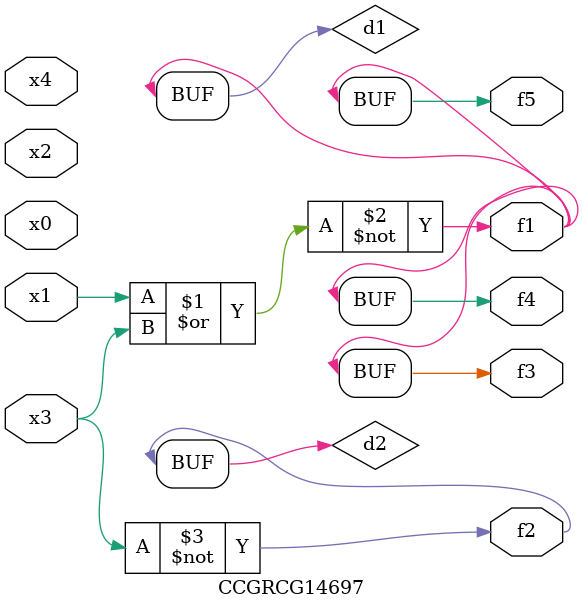
<source format=v>
module CCGRCG14697(
	input x0, x1, x2, x3, x4,
	output f1, f2, f3, f4, f5
);

	wire d1, d2;

	nor (d1, x1, x3);
	not (d2, x3);
	assign f1 = d1;
	assign f2 = d2;
	assign f3 = d1;
	assign f4 = d1;
	assign f5 = d1;
endmodule

</source>
